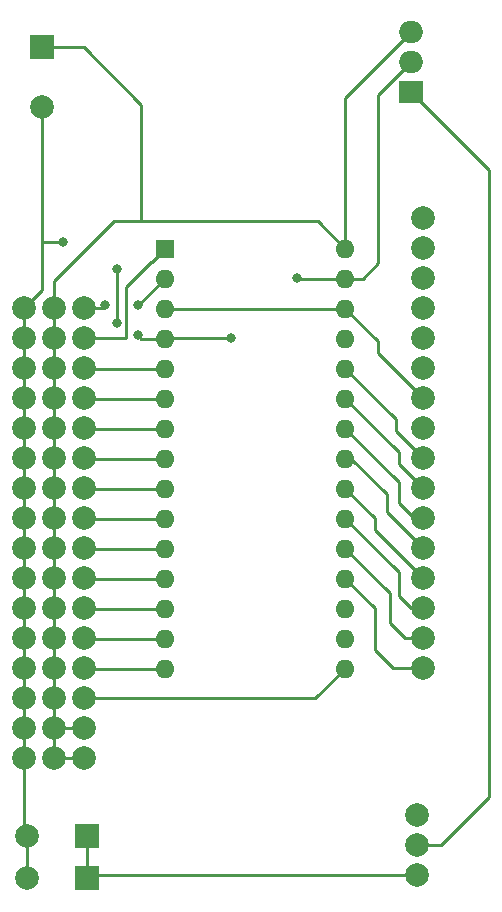
<source format=gbr>
%TF.GenerationSoftware,KiCad,Pcbnew,(5.1.6)-1*%
%TF.CreationDate,2020-11-17T10:03:37+01:00*%
%TF.ProjectId,NANOV3,4e414e4f-5633-42e6-9b69-6361645f7063,rev?*%
%TF.SameCoordinates,Original*%
%TF.FileFunction,Copper,L1,Top*%
%TF.FilePolarity,Positive*%
%FSLAX46Y46*%
G04 Gerber Fmt 4.6, Leading zero omitted, Abs format (unit mm)*
G04 Created by KiCad (PCBNEW (5.1.6)-1) date 2020-11-17 10:03:37*
%MOMM*%
%LPD*%
G01*
G04 APERTURE LIST*
%TA.AperFunction,ComponentPad*%
%ADD10C,2.000000*%
%TD*%
%TA.AperFunction,ComponentPad*%
%ADD11R,2.000000X2.000000*%
%TD*%
%TA.AperFunction,ComponentPad*%
%ADD12R,1.600000X1.600000*%
%TD*%
%TA.AperFunction,ComponentPad*%
%ADD13O,1.600000X1.600000*%
%TD*%
%TA.AperFunction,ComponentPad*%
%ADD14R,2.000000X1.905000*%
%TD*%
%TA.AperFunction,ComponentPad*%
%ADD15O,2.000000X1.905000*%
%TD*%
%TA.AperFunction,ViaPad*%
%ADD16C,0.800000*%
%TD*%
%TA.AperFunction,Conductor*%
%ADD17C,0.250000*%
%TD*%
G04 APERTURE END LIST*
D10*
%TO.P,J3,16*%
%TO.N,Net-(A1-Pad30)*%
X125984000Y-108966000D03*
%TO.P,J3,15*%
X125984000Y-106426000D03*
%TO.P,J3,14*%
%TO.N,Net-(A1-Pad16)*%
X125984000Y-103886000D03*
%TO.P,J3,13*%
%TO.N,Net-(A1-Pad15)*%
X125984000Y-101346000D03*
%TO.P,J3,12*%
%TO.N,Net-(A1-Pad14)*%
X125984000Y-98806000D03*
%TO.P,J3,11*%
%TO.N,Net-(A1-Pad13)*%
X125984000Y-96266000D03*
%TO.P,J3,10*%
%TO.N,Net-(A1-Pad12)*%
X125984000Y-93726000D03*
%TO.P,J3,9*%
%TO.N,Net-(A1-Pad11)*%
X125984000Y-91186000D03*
%TO.P,J3,8*%
%TO.N,Net-(A1-Pad10)*%
X125984000Y-88646000D03*
%TO.P,J3,7*%
%TO.N,Net-(A1-Pad9)*%
X125984000Y-86106000D03*
%TO.P,J3,6*%
%TO.N,Net-(A1-Pad8)*%
X125984000Y-83566000D03*
%TO.P,J3,5*%
%TO.N,Net-(A1-Pad7)*%
X125984000Y-81026000D03*
%TO.P,J3,4*%
%TO.N,Net-(A1-Pad6)*%
X125984000Y-78486000D03*
%TO.P,J3,3*%
%TO.N,Net-(A1-Pad5)*%
X125984000Y-75946000D03*
%TO.P,J3,2*%
%TO.N,Net-(A1-Pad1)*%
X125984000Y-73406000D03*
%TO.P,J3,1*%
%TO.N,Net-(A1-Pad2)*%
X125984000Y-70866000D03*
%TD*%
D11*
%TO.P,U3,2*%
%TO.N,Net-(S1-Pad1)*%
X126238000Y-119126000D03*
D10*
%TO.P,U3,1*%
%TO.N,Net-(A1-Pad29)*%
X121158000Y-119126000D03*
%TD*%
D12*
%TO.P,A1,1*%
%TO.N,Net-(A1-Pad1)*%
X132873001Y-65807001D03*
D13*
%TO.P,A1,17*%
%TO.N,Net-(A1-Pad17)*%
X148113001Y-98827001D03*
%TO.P,A1,2*%
%TO.N,Net-(A1-Pad2)*%
X132873001Y-68347001D03*
%TO.P,A1,18*%
%TO.N,Net-(A1-Pad18)*%
X148113001Y-96287001D03*
%TO.P,A1,3*%
%TO.N,Net-(A1-Pad28)*%
X132873001Y-70887001D03*
%TO.P,A1,19*%
%TO.N,Net-(A1-Pad19)*%
X148113001Y-93747001D03*
%TO.P,A1,4*%
%TO.N,Net-(A1-Pad29)*%
X132873001Y-73427001D03*
%TO.P,A1,20*%
%TO.N,Net-(A1-Pad20)*%
X148113001Y-91207001D03*
%TO.P,A1,5*%
%TO.N,Net-(A1-Pad5)*%
X132873001Y-75967001D03*
%TO.P,A1,21*%
%TO.N,Net-(A1-Pad21)*%
X148113001Y-88667001D03*
%TO.P,A1,6*%
%TO.N,Net-(A1-Pad6)*%
X132873001Y-78507001D03*
%TO.P,A1,22*%
%TO.N,Net-(A1-Pad22)*%
X148113001Y-86127001D03*
%TO.P,A1,7*%
%TO.N,Net-(A1-Pad7)*%
X132873001Y-81047001D03*
%TO.P,A1,23*%
%TO.N,Net-(A1-Pad23)*%
X148113001Y-83587001D03*
%TO.P,A1,8*%
%TO.N,Net-(A1-Pad8)*%
X132873001Y-83587001D03*
%TO.P,A1,24*%
%TO.N,Net-(A1-Pad24)*%
X148113001Y-81047001D03*
%TO.P,A1,9*%
%TO.N,Net-(A1-Pad9)*%
X132873001Y-86127001D03*
%TO.P,A1,25*%
%TO.N,Net-(A1-Pad25)*%
X148113001Y-78507001D03*
%TO.P,A1,10*%
%TO.N,Net-(A1-Pad10)*%
X132873001Y-88667001D03*
%TO.P,A1,26*%
%TO.N,Net-(A1-Pad26)*%
X148113001Y-75967001D03*
%TO.P,A1,11*%
%TO.N,Net-(A1-Pad11)*%
X132873001Y-91207001D03*
%TO.P,A1,27*%
%TO.N,Net-(A1-Pad27)*%
X148113001Y-73427001D03*
%TO.P,A1,12*%
%TO.N,Net-(A1-Pad12)*%
X132873001Y-93747001D03*
%TO.P,A1,28*%
%TO.N,Net-(A1-Pad28)*%
X148113001Y-70887001D03*
%TO.P,A1,13*%
%TO.N,Net-(A1-Pad13)*%
X132873001Y-96287001D03*
%TO.P,A1,29*%
%TO.N,Net-(A1-Pad29)*%
X148113001Y-68347001D03*
%TO.P,A1,14*%
%TO.N,Net-(A1-Pad14)*%
X132873001Y-98827001D03*
%TO.P,A1,30*%
%TO.N,Net-(A1-Pad30)*%
X148113001Y-65807001D03*
%TO.P,A1,15*%
%TO.N,Net-(A1-Pad15)*%
X132873001Y-101367001D03*
%TO.P,A1,16*%
%TO.N,Net-(A1-Pad16)*%
X148113001Y-101367001D03*
%TD*%
D11*
%TO.P,C1,1*%
%TO.N,Net-(A1-Pad30)*%
X122428000Y-48768000D03*
D10*
%TO.P,C1,2*%
%TO.N,Net-(A1-Pad29)*%
X122428000Y-53768000D03*
%TD*%
%TO.P,J1,1*%
%TO.N,Net-(A1-Pad29)*%
X120904000Y-70866000D03*
%TO.P,J1,2*%
X120904000Y-73406000D03*
%TO.P,J1,3*%
X120904000Y-75946000D03*
%TO.P,J1,4*%
X120904000Y-78486000D03*
%TO.P,J1,5*%
X120904000Y-81026000D03*
%TO.P,J1,6*%
X120904000Y-83566000D03*
%TO.P,J1,7*%
X120904000Y-86106000D03*
%TO.P,J1,8*%
X120904000Y-88646000D03*
%TO.P,J1,9*%
X120904000Y-91186000D03*
%TO.P,J1,10*%
X120904000Y-93726000D03*
%TO.P,J1,11*%
X120904000Y-96266000D03*
%TO.P,J1,12*%
X120904000Y-98806000D03*
%TO.P,J1,13*%
X120904000Y-101346000D03*
%TO.P,J1,14*%
X120904000Y-103886000D03*
%TO.P,J1,15*%
X120904000Y-106426000D03*
%TO.P,J1,16*%
X120904000Y-108966000D03*
%TD*%
%TO.P,J2,16*%
%TO.N,Net-(A1-Pad30)*%
X123444000Y-108966000D03*
%TO.P,J2,15*%
X123444000Y-106426000D03*
%TO.P,J2,14*%
X123444000Y-103886000D03*
%TO.P,J2,13*%
X123444000Y-101346000D03*
%TO.P,J2,12*%
X123444000Y-98806000D03*
%TO.P,J2,11*%
X123444000Y-96266000D03*
%TO.P,J2,10*%
X123444000Y-93726000D03*
%TO.P,J2,9*%
X123444000Y-91186000D03*
%TO.P,J2,8*%
X123444000Y-88646000D03*
%TO.P,J2,7*%
X123444000Y-86106000D03*
%TO.P,J2,6*%
X123444000Y-83566000D03*
%TO.P,J2,5*%
X123444000Y-81026000D03*
%TO.P,J2,4*%
X123444000Y-78486000D03*
%TO.P,J2,3*%
X123444000Y-75946000D03*
%TO.P,J2,2*%
X123444000Y-73406000D03*
%TO.P,J2,1*%
X123444000Y-70866000D03*
%TD*%
%TO.P,J4,1*%
%TO.N,Net-(A1-Pad19)*%
X154686000Y-101346000D03*
%TO.P,J4,2*%
%TO.N,Net-(A1-Pad20)*%
X154686000Y-98806000D03*
%TO.P,J4,3*%
%TO.N,Net-(A1-Pad21)*%
X154686000Y-96266000D03*
%TO.P,J4,4*%
%TO.N,Net-(A1-Pad22)*%
X154686000Y-93726000D03*
%TO.P,J4,5*%
%TO.N,Net-(A1-Pad23)*%
X154686000Y-91186000D03*
%TO.P,J4,6*%
%TO.N,Net-(A1-Pad24)*%
X154686000Y-88646000D03*
%TO.P,J4,7*%
%TO.N,Net-(A1-Pad25)*%
X154686000Y-86106000D03*
%TO.P,J4,8*%
%TO.N,Net-(A1-Pad26)*%
X154686000Y-83566000D03*
%TO.P,J4,9*%
%TO.N,Net-(A1-Pad18)*%
X154686000Y-81026000D03*
%TO.P,J4,10*%
%TO.N,Net-(A1-Pad28)*%
X154686000Y-78486000D03*
%TO.P,J4,11*%
%TO.N,Net-(J4-Pad11)*%
X154686000Y-75946000D03*
%TO.P,J4,12*%
%TO.N,Net-(J4-Pad12)*%
X154686000Y-73406000D03*
%TO.P,J4,13*%
%TO.N,Net-(J4-Pad13)*%
X154686000Y-70866000D03*
%TO.P,J4,14*%
%TO.N,Net-(J4-Pad14)*%
X154686000Y-68326000D03*
%TO.P,J4,15*%
%TO.N,Net-(A1-Pad17)*%
X154686000Y-65786000D03*
%TO.P,J4,16*%
%TO.N,Net-(A1-Pad27)*%
X154686000Y-63246000D03*
%TD*%
%TO.P,S1,1*%
%TO.N,Net-(S1-Pad1)*%
X154178000Y-118872000D03*
%TO.P,S1,2*%
%TO.N,Net-(S1-Pad2)*%
X154178000Y-116332000D03*
%TO.P,S1,3*%
%TO.N,Net-(S1-Pad3)*%
X154178000Y-113792000D03*
%TD*%
D14*
%TO.P,7805,1*%
%TO.N,Net-(S1-Pad2)*%
X153670000Y-52578000D03*
D15*
%TO.P,7805,2*%
%TO.N,Net-(A1-Pad29)*%
X153670000Y-50038000D03*
%TO.P,7805,3*%
%TO.N,Net-(A1-Pad30)*%
X153670000Y-47498000D03*
%TD*%
D10*
%TO.P,U3,1*%
%TO.N,Net-(A1-Pad29)*%
X121158000Y-115570000D03*
D11*
%TO.P,U3,2*%
%TO.N,Net-(S1-Pad1)*%
X126238000Y-115570000D03*
%TD*%
D16*
%TO.N,Net-(A1-Pad2)*%
X130556000Y-70612000D03*
X127762000Y-70612000D03*
%TO.N,Net-(A1-Pad29)*%
X138430000Y-73406000D03*
X144018000Y-68326000D03*
X130556000Y-73152000D03*
X128778000Y-72136000D03*
X128778000Y-67564000D03*
X124206000Y-65278000D03*
%TD*%
D17*
%TO.N,Net-(A1-Pad1)*%
X129540000Y-73406000D02*
X125984000Y-73406000D01*
X129540000Y-69088000D02*
X129540000Y-73406000D01*
X131695998Y-66932002D02*
X129540000Y-69088000D01*
X132873001Y-65807001D02*
X131748000Y-66932002D01*
X131748000Y-66932002D02*
X131695998Y-66932002D01*
%TO.N,Net-(A1-Pad2)*%
X127508000Y-70866000D02*
X127762000Y-70612000D01*
X125984000Y-70866000D02*
X127508000Y-70866000D01*
X132820999Y-68347001D02*
X132873001Y-68347001D01*
X130556000Y-70612000D02*
X132820999Y-68347001D01*
%TO.N,Net-(A1-Pad28)*%
X150876000Y-73650000D02*
X148113001Y-70887001D01*
X154686000Y-78486000D02*
X150876000Y-74676000D01*
X150876000Y-74676000D02*
X150876000Y-73650000D01*
X148113001Y-70887001D02*
X132873001Y-70887001D01*
%TO.N,Net-(A1-Pad19)*%
X154686000Y-101346000D02*
X152146000Y-101346000D01*
X152146000Y-101346000D02*
X150622000Y-99822000D01*
X150622000Y-96256000D02*
X148113001Y-93747001D01*
X150622000Y-99822000D02*
X150622000Y-96256000D01*
%TO.N,Net-(A1-Pad29)*%
X121158000Y-119126000D02*
X121158000Y-115570000D01*
X120904000Y-108966000D02*
X120904000Y-106426000D01*
X122428000Y-69342000D02*
X120904000Y-70866000D01*
X120904000Y-70866000D02*
X120904000Y-73406000D01*
X120904000Y-73406000D02*
X120904000Y-75946000D01*
X120904000Y-75946000D02*
X120904000Y-78486000D01*
X120904000Y-78486000D02*
X120904000Y-81026000D01*
X120904000Y-81026000D02*
X120904000Y-83566000D01*
X120904000Y-83566000D02*
X120904000Y-86106000D01*
X120904000Y-86106000D02*
X120904000Y-88646000D01*
X120904000Y-88646000D02*
X120904000Y-91186000D01*
X120904000Y-91186000D02*
X120904000Y-93726000D01*
X120904000Y-93726000D02*
X120904000Y-96266000D01*
X120904000Y-96266000D02*
X120904000Y-98806000D01*
X120904000Y-98806000D02*
X120904000Y-101346000D01*
X120904000Y-101346000D02*
X120904000Y-103886000D01*
X120904000Y-103886000D02*
X120904000Y-106426000D01*
X120904000Y-115316000D02*
X121158000Y-115570000D01*
X120904000Y-108966000D02*
X120904000Y-115316000D01*
X130831001Y-73427001D02*
X130556000Y-73152000D01*
X132873001Y-73427001D02*
X130831001Y-73427001D01*
X128778000Y-72136000D02*
X128778000Y-67564000D01*
X124206000Y-65278000D02*
X122428000Y-65278000D01*
X122428000Y-53768000D02*
X122428000Y-65278000D01*
X122428000Y-65278000D02*
X122428000Y-69342000D01*
X144039001Y-68347001D02*
X144018000Y-68326000D01*
X148113001Y-68347001D02*
X144039001Y-68347001D01*
X132894002Y-73406000D02*
X132873001Y-73427001D01*
X138430000Y-73406000D02*
X132894002Y-73406000D01*
X153670000Y-50038000D02*
X150876000Y-52832000D01*
X150876000Y-52832000D02*
X150876000Y-67056000D01*
X149584999Y-68347001D02*
X148113001Y-68347001D01*
X150876000Y-67056000D02*
X149584999Y-68347001D01*
%TO.N,Net-(A1-Pad20)*%
X154686000Y-98806000D02*
X153162000Y-98806000D01*
X153162000Y-98806000D02*
X151892000Y-97536000D01*
X151892000Y-94986000D02*
X148113001Y-91207001D01*
X151892000Y-97536000D02*
X151892000Y-94986000D01*
%TO.N,Net-(A1-Pad5)*%
X126005001Y-75967001D02*
X125984000Y-75946000D01*
X132873001Y-75967001D02*
X126005001Y-75967001D01*
%TO.N,Net-(A1-Pad21)*%
X154686000Y-96266000D02*
X153670000Y-96266000D01*
X153670000Y-96266000D02*
X152654000Y-95250000D01*
X152654000Y-93208000D02*
X148113001Y-88667001D01*
X152654000Y-95250000D02*
X152654000Y-93208000D01*
%TO.N,Net-(A1-Pad6)*%
X126005001Y-78507001D02*
X125984000Y-78486000D01*
X132873001Y-78507001D02*
X126005001Y-78507001D01*
%TO.N,Net-(A1-Pad22)*%
X150622000Y-88636000D02*
X148113001Y-86127001D01*
X154686000Y-93726000D02*
X150622000Y-89662000D01*
X150622000Y-89662000D02*
X150622000Y-88636000D01*
%TO.N,Net-(A1-Pad7)*%
X126005001Y-81047001D02*
X125984000Y-81026000D01*
X132873001Y-81047001D02*
X126005001Y-81047001D01*
%TO.N,Net-(A1-Pad23)*%
X154686000Y-91186000D02*
X151638000Y-88138000D01*
X151638000Y-88138000D02*
X151638000Y-86614000D01*
X148611001Y-83587001D02*
X148113001Y-83587001D01*
X151638000Y-86614000D02*
X148611001Y-83587001D01*
%TO.N,Net-(A1-Pad8)*%
X126005001Y-83587001D02*
X125984000Y-83566000D01*
X132873001Y-83587001D02*
X126005001Y-83587001D01*
%TO.N,Net-(A1-Pad24)*%
X154686000Y-88646000D02*
X153924000Y-88646000D01*
X153924000Y-88646000D02*
X152654000Y-87376000D01*
X152654000Y-85588000D02*
X148113001Y-81047001D01*
X152654000Y-87376000D02*
X152654000Y-85588000D01*
%TO.N,Net-(A1-Pad9)*%
X126005001Y-86127001D02*
X125984000Y-86106000D01*
X132873001Y-86127001D02*
X126005001Y-86127001D01*
%TO.N,Net-(A1-Pad25)*%
X154686000Y-86106000D02*
X152654000Y-84074000D01*
X152654000Y-83048000D02*
X148113001Y-78507001D01*
X152654000Y-84074000D02*
X152654000Y-83048000D01*
%TO.N,Net-(A1-Pad10)*%
X126005001Y-88667001D02*
X125984000Y-88646000D01*
X132873001Y-88667001D02*
X126005001Y-88667001D01*
%TO.N,Net-(A1-Pad26)*%
X154686000Y-83566000D02*
X152400000Y-81280000D01*
X152400000Y-80254000D02*
X148113001Y-75967001D01*
X152400000Y-81280000D02*
X152400000Y-80254000D01*
%TO.N,Net-(A1-Pad11)*%
X126005001Y-91207001D02*
X125984000Y-91186000D01*
X132873001Y-91207001D02*
X126005001Y-91207001D01*
%TO.N,Net-(A1-Pad12)*%
X126005001Y-93747001D02*
X125984000Y-93726000D01*
X132873001Y-93747001D02*
X126005001Y-93747001D01*
%TO.N,Net-(A1-Pad13)*%
X126005001Y-96287001D02*
X125984000Y-96266000D01*
X132873001Y-96287001D02*
X126005001Y-96287001D01*
%TO.N,Net-(A1-Pad14)*%
X126005001Y-98827001D02*
X125984000Y-98806000D01*
X132873001Y-98827001D02*
X126005001Y-98827001D01*
%TO.N,Net-(A1-Pad30)*%
X148113001Y-53054999D02*
X148113001Y-65807001D01*
X153670000Y-47498000D02*
X148113001Y-53054999D01*
X148113001Y-65807001D02*
X145796000Y-63490000D01*
X123444000Y-68560000D02*
X123444000Y-70866000D01*
X128514000Y-63490000D02*
X123444000Y-68560000D01*
X122428000Y-48768000D02*
X125984000Y-48768000D01*
X130820000Y-53604000D02*
X130820000Y-63490000D01*
X125984000Y-48768000D02*
X130820000Y-53604000D01*
X145796000Y-63490000D02*
X130820000Y-63490000D01*
X130820000Y-63490000D02*
X128514000Y-63490000D01*
X123444000Y-70866000D02*
X123444000Y-73406000D01*
X123444000Y-73406000D02*
X123444000Y-75946000D01*
X123444000Y-75946000D02*
X123444000Y-78486000D01*
X123444000Y-78486000D02*
X123444000Y-81026000D01*
X123444000Y-81026000D02*
X123444000Y-83566000D01*
X123444000Y-83566000D02*
X123444000Y-86106000D01*
X123444000Y-86106000D02*
X123444000Y-88646000D01*
X123444000Y-88646000D02*
X123444000Y-91186000D01*
X123444000Y-91186000D02*
X123444000Y-93726000D01*
X123444000Y-93726000D02*
X123444000Y-96266000D01*
X123444000Y-96266000D02*
X123444000Y-98806000D01*
X123444000Y-98806000D02*
X123444000Y-101346000D01*
X123444000Y-101346000D02*
X123444000Y-103886000D01*
X123444000Y-103886000D02*
X123444000Y-106426000D01*
X123444000Y-106426000D02*
X123444000Y-108966000D01*
X123444000Y-106426000D02*
X125984000Y-106426000D01*
X123444000Y-108966000D02*
X125984000Y-108966000D01*
%TO.N,Net-(A1-Pad15)*%
X126005001Y-101367001D02*
X125984000Y-101346000D01*
X132873001Y-101367001D02*
X126005001Y-101367001D01*
%TO.N,Net-(A1-Pad16)*%
X148113001Y-101367001D02*
X145594002Y-103886000D01*
X145594002Y-103886000D02*
X125984000Y-103886000D01*
%TO.N,Net-(S1-Pad1)*%
X126238000Y-115570000D02*
X126238000Y-119126000D01*
X126492000Y-118872000D02*
X126238000Y-119126000D01*
X154178000Y-118872000D02*
X126492000Y-118872000D01*
%TO.N,Net-(S1-Pad2)*%
X154178000Y-116332000D02*
X156210000Y-116332000D01*
X156210000Y-116332000D02*
X160274000Y-112268000D01*
X160274000Y-59182000D02*
X153670000Y-52578000D01*
X160274000Y-112268000D02*
X160274000Y-59182000D01*
%TD*%
M02*

</source>
